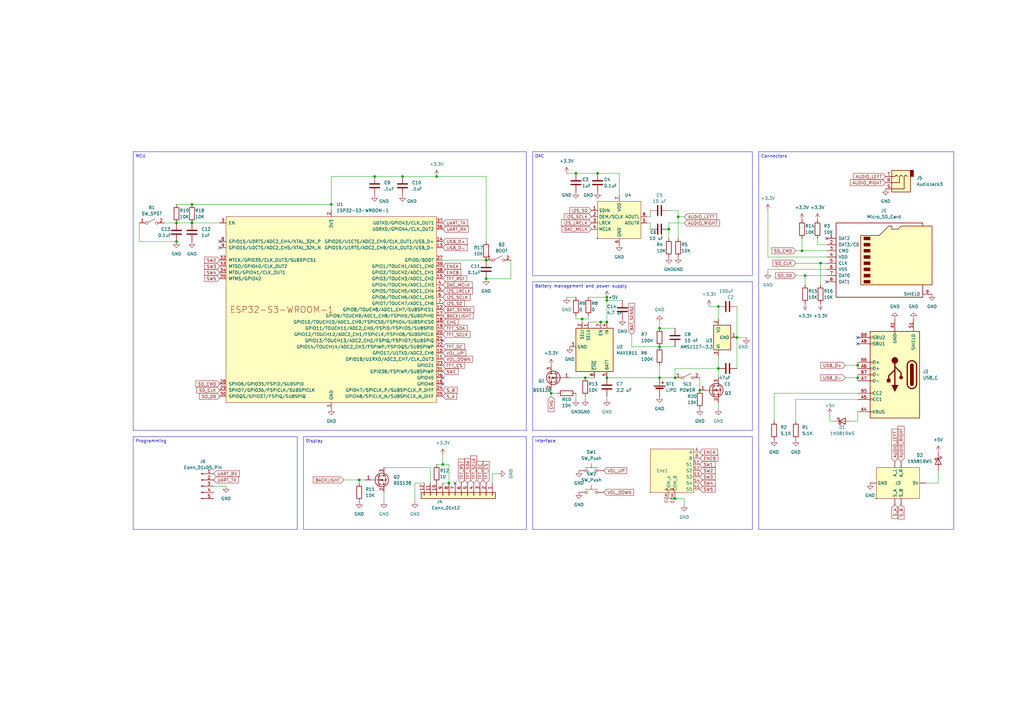
<source format=kicad_sch>
(kicad_sch (version 20230121) (generator eeschema)
  (paper "A3")
  (lib_symbols
    (symbol "Battery_Management:MAX1811"
      (property "Reference" "U" (at -7.62 8.89 0))
      (property "Value" "MAX1811" (at 10.16 8.89 0))
      (symbol "MAX1811_1_1"
        (pin input line (at -10.16 -2.54 0) (length 2.54) (name "SELV") (number "1"))
        (pin input line (at -10.16 -5.08 0) (length 2.54) (name "SELI") (number "2"))
        (pin power_in line (at 0 -10.16 90) (length 2.54) (name "GND") (number "3"))
        (pin power_in line (at -10.16 5.08 0) (length 2.54) (name "IN") (number "4"))
        (pin power_out line (at 12.7 5.08 180) (length 2.54) (name "BATT") (number "5"))
        (pin passive line (at 0 -10.16 90) (length 2.54) hide (name "GND") (number "6"))
        (pin input line (at -10.16 2.54 0) (length 2.54) (name "EN") (number "7"))
        (pin open_collector line (at 12.7 0 180) (length 2.54) (name "~{CHG}") (number "8"))
      )
    )
    (symbol "Connector:Conn_01x05_Pin" (pin_names (offset 1.016) hide)
      (property "Reference" "J" (at 0 7.62 0))
      (property "Value" "Conn_01x05_Pin" (at 0 -7.62 0))
      (symbol "Conn_01x05_Pin_1_1"
        (pin passive line (at 5.08 5.08 180) (length 3.81) (name "Pin_1") (number "1"))
        (pin passive line (at 5.08 2.54 180) (length 3.81) (name "Pin_2") (number "2"))
        (pin passive line (at 5.08 0 180) (length 3.81) (name "Pin_3") (number "3"))
        (pin passive line (at 5.08 -2.54 180) (length 3.81) (name "Pin_4") (number "4"))
        (pin passive line (at 5.08 -5.08 180) (length 3.81) (name "Pin_5") (number "5"))
      )
    )
    (symbol "Connector:Micro_SD_Card" (pin_names (offset 1.016))
      (property "Reference" "J" (at -16.51 15.24 0))
      (property "Value" "Micro_SD_Card" (at 16.51 15.24 0))
      (symbol "Micro_SD_Card_1_1"
        (pin bidirectional line (at -22.86 7.62 0) (length 3.81) (name "DAT2") (number "1"))
        (pin bidirectional line (at -22.86 5.08 0) (length 3.81) (name "DAT3/CD") (number "2"))
        (pin input line (at -22.86 2.54 0) (length 3.81) (name "CMD") (number "3"))
        (pin power_in line (at -22.86 0 0) (length 3.81) (name "VDD") (number "4"))
        (pin input line (at -22.86 -2.54 0) (length 3.81) (name "CLK") (number "5"))
        (pin power_in line (at -22.86 -5.08 0) (length 3.81) (name "VSS") (number "6"))
        (pin bidirectional line (at -22.86 -7.62 0) (length 3.81) (name "DAT0") (number "7"))
        (pin bidirectional line (at -22.86 -10.16 0) (length 3.81) (name "DAT1") (number "8"))
        (pin passive line (at 20.32 -15.24 180) (length 3.81) (name "SHIELD") (number "9"))
      )
    )
    (symbol "Connector:USB_C_Receptacle_USB2.0" (pin_names (offset 1.016))
      (property "Reference" "J" (at -10.16 19.05 0))
      (property "Value" "USB_C_Receptacle_USB2.0" (at 19.05 19.05 0))
      (symbol "USB_C_Receptacle_USB2.0_1_1"
        (pin passive line (at 0 -22.86 90) (length 5.08) (name "GND") (number "A1"))
        (pin passive line (at 0 -22.86 90) (length 5.08) hide (name "GND") (number "A12"))
        (pin passive line (at 15.24 15.24 180) (length 5.08) (name "VBUS") (number "A4"))
        (pin bidirectional line (at 15.24 10.16 180) (length 5.08) (name "CC1") (number "A5"))
        (pin bidirectional line (at 15.24 -2.54 180) (length 5.08) (name "D+") (number "A6"))
        (pin bidirectional line (at 15.24 2.54 180) (length 5.08) (name "D-") (number "A7"))
        (pin bidirectional line (at 15.24 -12.7 180) (length 5.08) (name "SBU1") (number "A8"))
        (pin passive line (at 15.24 15.24 180) (length 5.08) hide (name "VBUS") (number "A9"))
        (pin passive line (at 0 -22.86 90) (length 5.08) hide (name "GND") (number "B1"))
        (pin passive line (at 0 -22.86 90) (length 5.08) hide (name "GND") (number "B12"))
        (pin passive line (at 15.24 15.24 180) (length 5.08) hide (name "VBUS") (number "B4"))
        (pin bidirectional line (at 15.24 7.62 180) (length 5.08) (name "CC2") (number "B5"))
        (pin bidirectional line (at 15.24 -5.08 180) (length 5.08) (name "D+") (number "B6"))
        (pin bidirectional line (at 15.24 0 180) (length 5.08) (name "D-") (number "B7"))
        (pin bidirectional line (at 15.24 -15.24 180) (length 5.08) (name "SBU2") (number "B8"))
        (pin passive line (at 15.24 15.24 180) (length 5.08) hide (name "VBUS") (number "B9"))
        (pin passive line (at -7.62 -22.86 90) (length 5.08) (name "SHIELD") (number "S1"))
      )
    )
    (symbol "Connector_Audio:AudioJack3"
      (property "Reference" "J" (at 0 8.89 0))
      (property "Value" "AudioJack3" (at 0 6.35 0))
      (symbol "AudioJack3_1_1"
        (pin passive line (at 5.08 0 180) (length 2.54) (name "~") (number "R"))
        (pin passive line (at 5.08 2.54 180) (length 2.54) (name "~") (number "S"))
        (pin passive line (at 5.08 -2.54 180) (length 2.54) (name "~") (number "T"))
      )
    )
    (symbol "Connector_Generic:Conn_01x12" (pin_names (offset 1.016) hide)
      (property "Reference" "J" (at 0 15.24 0))
      (property "Value" "Conn_01x12" (at 0 -17.78 0))
      (symbol "Conn_01x12_1_1"
        (pin passive line (at -5.08 12.7 0) (length 3.81) (name "Pin_1") (number "1"))
        (pin passive line (at -5.08 -10.16 0) (length 3.81) (name "Pin_10") (number "10"))
        (pin passive line (at -5.08 -12.7 0) (length 3.81) (name "Pin_11") (number "11"))
        (pin passive line (at -5.08 -15.24 0) (length 3.81) (name "Pin_12") (number "12"))
        (pin passive line (at -5.08 10.16 0) (length 3.81) (name "Pin_2") (number "2"))
        (pin passive line (at -5.08 7.62 0) (length 3.81) (name "Pin_3") (number "3"))
        (pin passive line (at -5.08 5.08 0) (length 3.81) (name "Pin_4") (number "4"))
        (pin passive line (at -5.08 2.54 0) (length 3.81) (name "Pin_5") (number "5"))
        (pin passive line (at -5.08 0 0) (length 3.81) (name "Pin_6") (number "6"))
        (pin passive line (at -5.08 -2.54 0) (length 3.81) (name "Pin_7") (number "7"))
        (pin passive line (at -5.08 -5.08 0) (length 3.81) (name "Pin_8") (number "8"))
        (pin passive line (at -5.08 -7.62 0) (length 3.81) (name "Pin_9") (number "9"))
      )
    )
    (symbol "Device:Battery_Cell" (pin_numbers hide) (pin_names (offset 0) hide)
      (property "Reference" "BT" (at 2.54 2.54 0))
      (property "Value" "Battery_Cell" (at 2.54 0 0))
      (symbol "Battery_Cell_1_1"
        (pin passive line (at 0 5.08 270) (length 2.54) (name "+") (number "1"))
        (pin passive line (at 0 -2.54 90) (length 2.54) (name "-") (number "2"))
      )
    )
    (symbol "Device:C" (pin_numbers hide) (pin_names (offset 0.254))
      (property "Reference" "C" (at 0.635 2.54 0))
      (property "Value" "C" (at 0.635 -2.54 0))
      (symbol "C_1_1"
        (pin passive line (at 0 3.81 270) (length 2.794) (name "~") (number "1"))
        (pin passive line (at 0 -3.81 90) (length 2.794) (name "~") (number "2"))
      )
    )
    (symbol "Device:R" (pin_numbers hide) (pin_names (offset 0))
      (property "Reference" "R" (at 2.032 0 90))
      (property "Value" "R" (at 0 0 90))
      (symbol "R_1_1"
        (pin passive line (at 0 3.81 270) (length 1.27) (name "~") (number "1"))
        (pin passive line (at 0 -3.81 90) (length 1.27) (name "~") (number "2"))
      )
    )
    (symbol "Diode:1N5819WS" (pin_numbers hide) (pin_names (offset 1.016) hide)
      (property "Reference" "D" (at 0 2.54 0))
      (property "Value" "1N5819WS" (at 0 -2.54 0))
      (symbol "1N5819WS_1_1"
        (pin passive line (at -3.81 0 0) (length 2.54) (name "K") (number "1"))
        (pin passive line (at 3.81 0 180) (length 2.54) (name "A") (number "2"))
      )
    )
    (symbol "PCM_Espressif:ESP32-S3-WROOM-1" (pin_names (offset 1.016))
      (property "Reference" "U" (at -43.18 43.18 0))
      (property "Value" "ESP32-S3-WROOM-1" (at -43.18 40.64 0))
      (symbol "ESP32-S3-WROOM-1_0_0"
        (text "ESP32-S3-WROOM-1" (at -20.32 0 0) (effects (font (size 2.54 2.54))))
        (pin power_in line (at 0 -40.64 90) (length 2.54) (name "GND") (number "1"))
        (pin bidirectional line (at 45.72 -17.78 180) (length 2.54) (name "GPIO17/U1TXD/ADC2_CH6") (number "10"))
        (pin bidirectional line (at 45.72 -20.32 180) (length 2.54) (name "GPIO18/U1RXD/ADC2_CH7/CLK_OUT3") (number "11"))
        (pin bidirectional line (at 45.72 0 180) (length 2.54) (name "GPIO8/TOUCH8/ADC1_CH7/SUBSPICS1") (number "12"))
        (pin bidirectional line (at 45.72 25.4 180) (length 2.54) (name "GPIO19/U1RTS/ADC2_CH8/CLK_OUT2/USB_D-") (number "13"))
        (pin bidirectional line (at 45.72 27.94 180) (length 2.54) (name "GPIO20/U1CTS/ADC2_CH9/CLK_OUT1/USB_D+") (number "14"))
        (pin bidirectional line (at 45.72 12.7 180) (length 2.54) (name "GPIO3/TOUCH3/ADC1_CH2") (number "15"))
        (pin bidirectional line (at 45.72 -30.48 180) (length 2.54) (name "GPIO46") (number "16"))
        (pin bidirectional line (at 45.72 -2.54 180) (length 2.54) (name "GPIO9/TOUCH9/ADC1_CH8/FSPIHD/SUBSPIHD") (number "17"))
        (pin bidirectional line (at 45.72 -5.08 180) (length 2.54) (name "GPIO10/TOUCH10/ADC1_CH9/FSPICS0/FSPIIO4/SUBSPICS0") (number "18"))
        (pin bidirectional line (at 45.72 -7.62 180) (length 2.54) (name "GPIO11/TOUCH11/ADC2_CH0/FSPID/FSPIIO5/SUBSPID") (number "19"))
        (pin power_in line (at 0 40.64 270) (length 2.54) (name "3V3") (number "2"))
        (pin bidirectional line (at 45.72 -10.16 180) (length 2.54) (name "GPIO12/TOUCH12/ADC2_CH1/FSPICLK/FSPIIO6/SUBSPICLK") (number "20"))
        (pin bidirectional line (at 45.72 -12.7 180) (length 2.54) (name "GPIO13/TOUCH13/ADC2_CH2/FSPIQ/FSPIIO7/SUBSPIQ") (number "21"))
        (pin bidirectional line (at 45.72 -15.24 180) (length 2.54) (name "GPIO14/TOUCH14/ADC2_CH3/FSPIWP/FSPIDQS/SUBSPIWP") (number "22"))
        (pin bidirectional line (at 45.72 -22.86 180) (length 2.54) (name "GPIO21") (number "23"))
        (pin bidirectional line (at 45.72 -33.02 180) (length 2.54) (name "GPIO47/SPICLK_P/SUBSPICLK_P_DIFF") (number "24"))
        (pin bidirectional line (at 45.72 -35.56 180) (length 2.54) (name "GPIO48/SPICLK_N/SUBSPICLK_N_DIFF") (number "25"))
        (pin bidirectional line (at 45.72 -27.94 180) (length 2.54) (name "GPIO45") (number "26"))
        (pin bidirectional line (at 45.72 20.32 180) (length 2.54) (name "GPIO0/BOOT") (number "27"))
        (pin bidirectional line (at -45.72 -30.48 0) (length 2.54) (name "SPIIO6/GPIO35/FSPID/SUBSPID") (number "28"))
        (pin bidirectional line (at -45.72 -33.02 0) (length 2.54) (name "SPIIO7/GPIO36/FSPICLK/SUBSPICLK") (number "29"))
        (pin input line (at -45.72 35.56 0) (length 2.54) (name "EN") (number "3"))
        (pin bidirectional line (at -45.72 -35.56 0) (length 2.54) (name "SPIDQS/GPIO37/FSPIQ/SUBSPIQ") (number "30"))
        (pin bidirectional line (at 45.72 -25.4 180) (length 2.54) (name "GPIO38/FSPIWP/SUBSPIWP") (number "31"))
        (pin bidirectional line (at -45.72 20.32 0) (length 2.54) (name "MTCK/GPIO39/CLK_OUT3/SUBSPICS1") (number "32"))
        (pin bidirectional line (at -45.72 17.78 0) (length 2.54) (name "MTDO/GPIO40/CLK_OUT2") (number "33"))
        (pin bidirectional line (at -45.72 15.24 0) (length 2.54) (name "MTDI/GPIO41/CLK_OUT1") (number "34"))
        (pin bidirectional line (at -45.72 12.7 0) (length 2.54) (name "MTMS/GPIO42") (number "35"))
        (pin bidirectional line (at 45.72 33.02 180) (length 2.54) (name "U0RXD/GPIO44/CLK_OUT2") (number "36"))
        (pin bidirectional line (at 45.72 35.56 180) (length 2.54) (name "U0TXD/GPIO43/CLK_OUT1") (number "37"))
        (pin bidirectional line (at 45.72 15.24 180) (length 2.54) (name "GPIO2/TOUCH2/ADC1_CH1") (number "38"))
        (pin bidirectional line (at 45.72 17.78 180) (length 2.54) (name "GPIO1/TOUCH1/ADC1_CH0") (number "39"))
        (pin bidirectional line (at 45.72 10.16 180) (length 2.54) (name "GPIO4/TOUCH4/ADC1_CH3") (number "4"))
        (pin passive line (at 0 -40.64 90) (length 2.54) hide (name "GND") (number "40"))
        (pin passive line (at 0 -40.64 90) (length 2.54) hide (name "GND") (number "41"))
        (pin bidirectional line (at 45.72 7.62 180) (length 2.54) (name "GPIO5/TOUCH5/ADC1_CH4") (number "5"))
        (pin bidirectional line (at 45.72 5.08 180) (length 2.54) (name "GPIO6/TOUCH6/ADC1_CH5") (number "6"))
        (pin bidirectional line (at 45.72 2.54 180) (length 2.54) (name "GPIO7/TOUCH7/ADC1_CH6") (number "7"))
        (pin bidirectional line (at -45.72 27.94 0) (length 2.54) (name "GPIO15/U0RTS/ADC2_CH4/XTAL_32K_P") (number "8"))
        (pin bidirectional line (at -45.72 25.4 0) (length 2.54) (name "GPIO16/U0CTS/ADC2_CH5/XTAL_32K_N") (number "9"))
      )
    )
    (symbol "Regulator_Linear:AMS1117-3.3"
      (property "Reference" "U" (at -3.81 3.175 0))
      (property "Value" "AMS1117-3.3" (at 0 3.175 0))
      (symbol "AMS1117-3.3_1_1"
        (pin power_in line (at 0 -7.62 90) (length 2.54) (name "GND") (number "1"))
        (pin power_out line (at 7.62 0 180) (length 2.54) (name "VO") (number "2"))
        (pin power_in line (at -7.62 0 0) (length 2.54) (name "VI") (number "3"))
      )
    )
    (symbol "Switch:SW_Push" (pin_numbers hide) (pin_names (offset 1.016) hide)
      (property "Reference" "SW" (at 1.27 2.54 0))
      (property "Value" "SW_Push" (at 0 -1.524 0))
      (symbol "SW_Push_0_1"
        (pin passive line (at -5.08 0 0) (length 2.54) (name "1") (number "1"))
        (pin passive line (at 5.08 0 180) (length 2.54) (name "2") (number "2"))
      )
    )
    (symbol "Switch:SW_SPST" (pin_names (offset 0) hide)
      (property "Reference" "SW" (at 0 3.175 0))
      (property "Value" "SW_SPST" (at 0 -2.54 0))
      (symbol "SW_SPST_1_1"
        (pin passive line (at -5.08 0 0) (length 2.54) (name "A") (number "1"))
        (pin passive line (at 5.08 0 180) (length 2.54) (name "B") (number "2"))
      )
    )
    (symbol "Transistor_FET:BSS138" (pin_names hide)
      (property "Reference" "Q" (at 5.08 1.905 0))
      (property "Value" "BSS138" (at 5.08 0 0))
      (symbol "BSS138_1_1"
        (pin input line (at -5.08 0 0) (length 2.54) (name "G") (number "1"))
        (pin passive line (at 2.54 -5.08 90) (length 2.54) (name "S") (number "2"))
        (pin passive line (at 2.54 5.08 270) (length 2.54) (name "D") (number "3"))
      )
    )
    (symbol "customlibrary:ANO_Rotary_Encoder"
      (property "Reference" "Enc1" (at 2.54 8.89 0))
      (property "Value" "~" (at 0 0 0))
      (symbol "ANO_Rotary_Encoder_1_1"
        (pin output line (at 20.32 16.51 180) (length 2.54) (name "A") (number "A"))
        (pin output line (at 20.32 13.97 180) (length 2.54) (name "B") (number "B"))
        (pin power_in line (at 7.62 -2.54 90) (length 2.54) (name "COM_A") (number "COM_A"))
        (pin power_in line (at 10.16 -2.54 90) (length 2.54) (name "COM_B") (number "COM_B"))
        (pin output line (at 20.32 11.43 180) (length 2.54) (name "S1") (number "S1"))
        (pin output line (at 20.32 8.89 180) (length 2.54) (name "S2") (number "S2"))
        (pin output line (at 20.32 6.35 180) (length 2.54) (name "S3") (number "S3"))
        (pin output line (at 20.32 3.81 180) (length 2.54) (name "S4") (number "S4"))
        (pin output line (at 20.32 1.27 180) (length 2.54) (name "S5") (number "S5"))
      )
    )
    (symbol "customlibrary:CJCC4334"
      (property "Reference" "CJC1" (at 1.27 -2.54 0))
      (property "Value" "~" (at 0 0 0))
      (symbol "CJCC4334_1_1"
        (pin input line (at -2.54 11.43 0) (length 2.54) (name "SDIN") (number "1"))
        (pin input line (at -2.54 8.89 0) (length 2.54) (name "DEM/SCLK") (number "2"))
        (pin input line (at -2.54 6.35 0) (length 2.54) (name "LRCK") (number "3"))
        (pin input line (at -2.54 3.81 0) (length 2.54) (name "MCLK") (number "4"))
        (pin output line (at 20.32 6.35 180) (length 2.54) (name "AOUTR") (number "5"))
        (pin power_in line (at 8.89 -2.54 90) (length 2.54) (name "GND") (number "6"))
        (pin power_in line (at 8.89 17.78 270) (length 2.54) (name "VDD") (number "7"))
        (pin output line (at 20.32 8.89 180) (length 2.54) (name "AOUTL") (number "8"))
      )
    )
    (symbol "customlibrary:JPLConnector"
      (property "Reference" "CON_1" (at 8.89 6.35 0))
      (property "Value" "~" (at 0 0 0))
      (symbol "JPLConnector_1_1"
        (pin power_out line (at 20.32 6.35 180) (length 2.54) (name "5V") (number ""))
        (pin output line (at 7.62 15.24 270) (length 2.54) (name "A_L") (number ""))
        (pin output line (at 10.16 15.24 270) (length 2.54) (name "A_R") (number ""))
        (pin power_out line (at -2.54 6.35 0) (length 2.54) (name "GND") (number ""))
        (pin output line (at 7.62 -2.54 90) (length 2.54) (name "S_A") (number ""))
        (pin output line (at 10.16 -2.54 90) (length 2.54) (name "S_B") (number ""))
      )
    )
    (symbol "power:+3.3V" (power) (pin_names (offset 0))
      (property "Value" "+3.3V" (at 0 3.556 0))
      (symbol "+3.3V_1_1"
        (pin power_in line (at 0 0 90) (length 0) hide (name "+3.3V") (number "1"))
      )
    )
    (symbol "power:+5V" (power) (pin_names (offset 0))
      (property "Value" "+5V" (at 0 3.556 0))
      (symbol "+5V_1_1"
        (pin power_in line (at 0 0 90) (length 0) hide (name "+5V") (number "1"))
      )
    )
    (symbol "power:GND" (power) (pin_names (offset 0))
      (property "Value" "GND" (at 0 -3.81 0))
      (symbol "GND_1_1"
        (pin power_in line (at 0 0 270) (length 0) hide (name "GND") (number "1"))
      )
    )
  )
  (junction (at 351.79 149.86))
  (junction (at 248.92 123.19))
  (junction (at 294.64 125.73))
  (junction (at 330.2 113.03))
  (junction (at 270.51 142.24))
  (junction (at 248.92 154.94))
  (junction (at 287.02 160.02))
  (junction (at 165.1 72.39))
  (junction (at 147.32 196.85))
  (junction (at 245.11 71.12))
  (junction (at 72.39 99.06))
  (junction (at 278.13 88.9))
  (junction (at 336.55 107.95))
  (junction (at 238.76 130.81))
  (junction (at 248.92 132.08))
  (junction (at 248.92 121.92))
  (junction (at 302.26 138.43))
  (junction (at 240.03 154.94))
  (junction (at 179.07 72.39))
  (junction (at 274.32 93.98))
  (junction (at 328.93 102.87))
  (junction (at 236.22 71.12))
  (junction (at 276.86 154.94))
  (junction (at 78.74 83.82))
  (junction (at 199.39 114.3))
  (junction (at 226.06 161.29))
  (junction (at 153.67 72.39))
  (junction (at 294.64 151.13))
  (junction (at 181.61 190.5))
  (junction (at 184.15 198.12))
  (junction (at 270.51 134.62))
  (junction (at 199.39 106.68))
  (junction (at 276.86 204.47))
  (junction (at 246.38 132.08))
  (junction (at 72.39 91.44))
  (junction (at 78.74 91.44))
  (junction (at 270.51 154.94))
  (junction (at 351.79 154.94))
  (junction (at 135.89 83.82))
  (no_connect (at 339.09 115.57))
  (no_connect (at 181.61 139.7))
  (no_connect (at 186.69 198.12))
  (no_connect (at 339.09 97.79))
  (no_connect (at 181.61 157.48))
  (no_connect (at 351.79 140.97))
  (no_connect (at 181.61 154.94))
  (no_connect (at 90.17 101.6))
  (no_connect (at 351.79 138.43))
  (no_connect (at 90.17 99.06))
  (wire (pts (xy 287.02 154.94) (xy 287.02 160.02)))
  (wire (pts (xy 294.64 167.64) (xy 294.64 165.1)))
  (wire (pts (xy 245.11 71.12) (xy 254 71.12)))
  (wire (pts (xy 165.1 72.39) (xy 179.07 72.39)))
  (wire (pts (xy 317.5 161.29) (xy 351.79 161.29)))
  (wire (pts (xy 238.76 130.81) (xy 241.3 130.81)))
  (wire (pts (xy 87.63 199.39) (xy 92.71 199.39)))
  (wire (pts (xy 236.22 129.54) (xy 236.22 130.81)))
  (wire (pts (xy 346.71 154.94) (xy 351.79 154.94)))
  (wire (pts (xy 57.15 99.06) (xy 72.39 99.06)))
  (wire (pts (xy 170.18 205.74) (xy 170.18 198.12)))
  (wire (pts (xy 248.92 121.92) (xy 248.92 123.19)))
  (wire (pts (xy 254 80.01) (xy 254 71.12)))
  (wire (pts (xy 326.39 163.83) (xy 351.79 163.83)))
  (wire (pts (xy 140.97 196.85) (xy 147.32 196.85)))
  (wire (pts (xy 181.61 190.5) (xy 184.15 190.5)))
  (wire (pts (xy 181.61 186.69) (xy 181.61 190.5)))
  (wire (pts (xy 265.43 88.9) (xy 266.7 88.9)))
  (wire (pts (xy 339.09 105.41) (xy 314.96 105.41)))
  (wire (pts (xy 226.06 162.56) (xy 226.06 161.29)))
  (wire (pts (xy 294.64 130.81) (xy 294.64 125.73)))
  (wire (pts (xy 351.79 168.91) (xy 351.79 172.72)))
  (wire (pts (xy 274.32 91.44) (xy 274.32 93.98)))
  (wire (pts (xy 270.51 149.86) (xy 270.51 154.94)))
  (wire (pts (xy 336.55 107.95) (xy 339.09 107.95)))
  (wire (pts (xy 176.53 191.77) (xy 176.53 198.12)))
  (wire (pts (xy 306.07 138.43) (xy 302.26 138.43)))
  (wire (pts (xy 240.03 154.94) (xy 233.68 154.94)))
  (wire (pts (xy 181.61 190.5) (xy 179.07 190.5)))
  (wire (pts (xy 248.92 123.19) (xy 255.27 123.19)))
  (wire (pts (xy 270.51 154.94) (xy 276.86 154.94)))
  (wire (pts (xy 326.39 113.03) (xy 330.2 113.03)))
  (wire (pts (xy 78.74 91.44) (xy 90.17 91.44)))
  (wire (pts (xy 278.13 88.9) (xy 278.13 97.79)))
  (wire (pts (xy 351.79 172.72) (xy 349.25 172.72)))
  (wire (pts (xy 336.55 107.95) (xy 336.55 116.84)))
  (wire (pts (xy 147.32 198.12) (xy 147.32 196.85)))
  (wire (pts (xy 294.64 151.13) (xy 294.64 146.05)))
  (wire (pts (xy 314.96 110.49) (xy 314.96 111.76)))
  (wire (pts (xy 326.39 102.87) (xy 328.93 102.87)))
  (wire (pts (xy 248.92 123.19) (xy 248.92 132.08)))
  (wire (pts (xy 276.86 154.94) (xy 276.86 151.13)))
  (wire (pts (xy 384.81 198.12) (xy 384.81 193.04)))
  (wire (pts (xy 274.32 204.47) (xy 276.86 204.47)))
  (wire (pts (xy 335.28 100.33) (xy 335.28 97.79)))
  (wire (pts (xy 181.61 106.68) (xy 199.39 106.68)))
  (wire (pts (xy 346.71 149.86) (xy 351.79 149.86)))
  (wire (pts (xy 270.51 134.62) (xy 276.86 134.62)))
  (wire (pts (xy 266.7 91.44) (xy 266.7 93.98)))
  (wire (pts (xy 328.93 102.87) (xy 339.09 102.87)))
  (wire (pts (xy 236.22 161.29) (xy 236.22 163.83)))
  (wire (pts (xy 232.41 121.92) (xy 236.22 121.92)))
  (wire (pts (xy 339.09 110.49) (xy 314.96 110.49)))
  (wire (pts (xy 201.93 198.12) (xy 201.93 194.31)))
  (wire (pts (xy 248.92 154.94) (xy 270.51 154.94)))
  (wire (pts (xy 328.93 97.79) (xy 328.93 102.87)))
  (wire (pts (xy 78.74 83.82) (xy 135.89 83.82)))
  (wire (pts (xy 170.18 198.12) (xy 173.99 198.12)))
  (wire (pts (xy 135.89 72.39) (xy 153.67 72.39)))
  (wire (pts (xy 340.36 172.72) (xy 341.63 172.72)))
  (wire (pts (xy 294.64 154.94) (xy 294.64 151.13)))
  (wire (pts (xy 280.67 204.47) (xy 280.67 207.01)))
  (wire (pts (xy 317.5 172.72) (xy 317.5 161.29)))
  (wire (pts (xy 57.15 91.44) (xy 57.15 99.06)))
  (wire (pts (xy 266.7 86.36) (xy 266.7 88.9)))
  (wire (pts (xy 326.39 107.95) (xy 336.55 107.95)))
  (wire (pts (xy 199.39 72.39) (xy 179.07 72.39)))
  (wire (pts (xy 246.38 132.08) (xy 248.92 132.08)))
  (wire (pts (xy 379.73 198.12) (xy 384.81 198.12)))
  (wire (pts (xy 330.2 113.03) (xy 339.09 113.03)))
  (wire (pts (xy 326.39 172.72) (xy 326.39 163.83)))
  (wire (pts (xy 259.08 137.16) (xy 259.08 142.24)))
  (wire (pts (xy 67.31 91.44) (xy 72.39 91.44)))
  (wire (pts (xy 240.03 162.56) (xy 240.03 163.83)))
  (wire (pts (xy 270.51 142.24) (xy 276.86 142.24)))
  (wire (pts (xy 351.79 148.59) (xy 351.79 149.86)))
  (wire (pts (xy 278.13 86.36) (xy 278.13 88.9)))
  (wire (pts (xy 226.06 161.29) (xy 226.06 160.02)))
  (wire (pts (xy 280.67 91.44) (xy 274.32 91.44)))
  (wire (pts (xy 270.51 132.08) (xy 270.51 134.62)))
  (wire (pts (xy 201.93 194.31) (xy 204.47 194.31)))
  (wire (pts (xy 241.3 130.81) (xy 241.3 129.54)))
  (wire (pts (xy 276.86 151.13) (xy 294.64 151.13)))
  (wire (pts (xy 135.89 83.82) (xy 135.89 72.39)))
  (wire (pts (xy 236.22 71.12) (xy 245.11 71.12)))
  (wire (pts (xy 241.3 132.08) (xy 246.38 132.08)))
  (wire (pts (xy 302.26 138.43) (xy 302.26 125.73)))
  (wire (pts (xy 278.13 88.9) (xy 280.67 88.9)))
  (wire (pts (xy 184.15 198.12) (xy 184.15 190.5)))
  (wire (pts (xy 351.79 149.86) (xy 351.79 151.13)))
  (wire (pts (xy 351.79 154.94) (xy 351.79 156.21)))
  (wire (pts (xy 351.79 153.67) (xy 351.79 154.94)))
  (wire (pts (xy 274.32 86.36) (xy 278.13 86.36)))
  (wire (pts (xy 340.36 172.72) (xy 340.36 170.18)))
  (wire (pts (xy 199.39 99.06) (xy 199.39 72.39)))
  (wire (pts (xy 181.61 198.12) (xy 184.15 198.12)))
  (wire (pts (xy 157.48 201.93) (xy 157.48 205.74)))
  (wire (pts (xy 147.32 196.85) (xy 149.86 196.85)))
  (wire (pts (xy 199.39 114.3) (xy 209.55 114.3)))
  (wire (pts (xy 135.89 86.36) (xy 135.89 83.82)))
  (wire (pts (xy 153.67 72.39) (xy 165.1 72.39)))
  (wire (pts (xy 241.3 121.92) (xy 248.92 121.92)))
  (wire (pts (xy 276.86 204.47) (xy 280.67 204.47)))
  (wire (pts (xy 157.48 191.77) (xy 176.53 191.77)))
  (wire (pts (xy 290.83 125.73) (xy 294.64 125.73)))
  (wire (pts (xy 314.96 105.41) (xy 314.96 86.36)))
  (wire (pts (xy 330.2 113.03) (xy 330.2 116.84)))
  (wire (pts (xy 209.55 114.3) (xy 209.55 106.68)))
  (wire (pts (xy 232.41 71.12) (xy 236.22 71.12)))
  (wire (pts (xy 339.09 100.33) (xy 335.28 100.33)))
  (wire (pts (xy 248.92 163.83) (xy 248.92 162.56)))
  (wire (pts (xy 243.84 154.94) (xy 240.03 154.94)))
  (wire (pts (xy 72.39 91.44) (xy 78.74 91.44)))
  (wire (pts (xy 72.39 83.82) (xy 78.74 83.82)))
  (wire (pts (xy 302.26 151.13) (xy 302.26 138.43)))
  (wire (pts (xy 236.22 130.81) (xy 238.76 130.81)))
  (wire (pts (xy 265.43 91.44) (xy 266.7 91.44)))
  (wire (pts (xy 274.32 93.98) (xy 274.32 97.79)))
  (wire (pts (xy 226.06 161.29) (xy 228.6 161.29)))
  (wire (pts (xy 259.08 142.24) (xy 270.51 142.24)))
  (wire (pts (xy 238.76 130.81) (xy 238.76 132.08)))
  (text_box "Interface" (at 218.44 179.07 0) (size 90.17 38.1) (effects (font (size 1.27 1.27)) (justify left top)))
  (text_box "Display" (at 124.46 179.07 0) (size 91.44 38.1) (effects (font (size 1.27 1.27)) (justify left top)))
  (text_box "DAC" (at 218.44 62.23 0) (size 90.17 50.8) (effects (font (size 1.27 1.27)) (justify left top)))
  (text_box "Connectors" (at 311.15 62.23 0) (size 80.01 154.94) (effects (font (size 1.27 1.27)) (justify left top)))
  (text_box "Battery management and power supply\n" (at 218.44 115.57 0) (size 90.17 60.96) (effects (font (size 1.27 1.27)) (justify left top)))
  (text_box "Programming" (at 54.61 179.07 0) (size 67.31 38.1) (effects (font (size 1.27 1.27)) (justify left top)))
  (text_box "MCU\n" (at 54.61 62.23 0) (size 161.29 114.3) (effects (font (size 1.27 1.27)) (justify left top)))
  (global_label "SW1" (shape input) (at 181.61 152.4 0) (property "Intersheetrefs" "${INTERSHEET_REFS}" (effects hide)))
  (global_label "USB_D+" (shape input) (at 181.61 99.06 0) (property "Intersheetrefs" "${INTERSHEET_REFS}" (effects hide)))
  (global_label "SD_D0" (shape input) (at 326.39 113.03 180) (property "Intersheetrefs" "${INTERSHEET_REFS}" (effects hide)))
  (global_label "AUDIO_LEFT" (shape input) (at 363.22 72.39 180) (property "Intersheetrefs" "${INTERSHEET_REFS}" (effects hide)))
  (global_label "VOL_UP" (shape input) (at 181.61 144.78 0) (property "Intersheetrefs" "${INTERSHEET_REFS}" (effects hide)))
  (global_label "BAT_SENSE" (shape input) (at 181.61 127 0) (property "Intersheetrefs" "${INTERSHEET_REFS}" (effects hide)))
  (global_label "CHG" (shape input) (at 181.61 132.08 0) (property "Intersheetrefs" "${INTERSHEET_REFS}" (effects hide)))
  (global_label "TFT_CS" (shape input) (at 199.39 198.12 90) (property "Intersheetrefs" "${INTERSHEET_REFS}" (effects hide)))
  (global_label "USB_D-" (shape input) (at 181.61 101.6 0) (property "Intersheetrefs" "${INTERSHEET_REFS}" (effects hide)))
  (global_label "VOL_DOWN" (shape input) (at 181.61 147.32 0) (property "Intersheetrefs" "${INTERSHEET_REFS}" (effects hide)))
  (global_label "SW1" (shape input) (at 287.02 190.5 0) (property "Intersheetrefs" "${INTERSHEET_REFS}" (effects hide)))
  (global_label "TFT_SCLK" (shape input) (at 181.61 137.16 0) (property "Intersheetrefs" "${INTERSHEET_REFS}" (effects hide)))
  (global_label "SW5" (shape input) (at 90.17 114.3 180) (property "Intersheetrefs" "${INTERSHEET_REFS}" (effects hide)))
  (global_label "S_B" (shape input) (at 181.61 160.02 0) (property "Intersheetrefs" "${INTERSHEET_REFS}" (effects hide)))
  (global_label "USB_D-" (shape input) (at 346.71 154.94 180) (property "Intersheetrefs" "${INTERSHEET_REFS}" (effects hide)))
  (global_label "S_A" (shape input) (at 181.61 162.56 0) (property "Intersheetrefs" "${INTERSHEET_REFS}" (effects hide)))
  (global_label "S_B" (shape input) (at 369.57 207.01 270) (property "Intersheetrefs" "${INTERSHEET_REFS}" (effects hide)))
  (global_label "I2S_LRCLK" (shape input) (at 242.57 91.44 180) (property "Intersheetrefs" "${INTERSHEET_REFS}" (effects hide)))
  (global_label "SD_CLK" (shape input) (at 326.39 107.95 180) (property "Intersheetrefs" "${INTERSHEET_REFS}" (effects hide)))
  (global_label "I2S_SCLK" (shape input) (at 242.57 88.9 180) (property "Intersheetrefs" "${INTERSHEET_REFS}" (effects hide)))
  (global_label "TFT_DC" (shape input) (at 181.61 142.24 0) (property "Intersheetrefs" "${INTERSHEET_REFS}" (effects hide)))
  (global_label "AUDIO_LEFT" (shape input) (at 280.67 88.9 0) (property "Intersheetrefs" "${INTERSHEET_REFS}" (effects hide)))
  (global_label "DAC_MCLK" (shape input) (at 242.57 93.98 180) (property "Intersheetrefs" "${INTERSHEET_REFS}" (effects hide)))
  (global_label "ENCA" (shape input) (at 287.02 185.42 0) (property "Intersheetrefs" "${INTERSHEET_REFS}" (effects hide)))
  (global_label "VOL_DOWN" (shape input) (at 247.65 201.93 0) (property "Intersheetrefs" "${INTERSHEET_REFS}" (effects hide)))
  (global_label "SW2" (shape input) (at 90.17 106.68 180) (property "Intersheetrefs" "${INTERSHEET_REFS}" (effects hide)))
  (global_label "SW3" (shape input) (at 90.17 109.22 180) (property "Intersheetrefs" "${INTERSHEET_REFS}" (effects hide)))
  (global_label "ENCA" (shape input) (at 181.61 109.22 0) (property "Intersheetrefs" "${INTERSHEET_REFS}" (effects hide)))
  (global_label "I2S_SD" (shape input) (at 181.61 124.46 0) (property "Intersheetrefs" "${INTERSHEET_REFS}" (effects hide)))
  (global_label "I2S_SCLK" (shape input) (at 181.61 121.92 0) (property "Intersheetrefs" "${INTERSHEET_REFS}" (effects hide)))
  (global_label "SW5" (shape input) (at 287.02 200.66 0) (property "Intersheetrefs" "${INTERSHEET_REFS}" (effects hide)))
  (global_label "UART_TX" (shape input) (at 181.61 91.44 0) (property "Intersheetrefs" "${INTERSHEET_REFS}" (effects hide)))
  (global_label "TFT_SCLK" (shape input) (at 194.31 198.12 90) (property "Intersheetrefs" "${INTERSHEET_REFS}" (effects hide)))
  (global_label "TFT_CS" (shape input) (at 181.61 149.86 0) (property "Intersheetrefs" "${INTERSHEET_REFS}" (effects hide)))
  (global_label "SW3" (shape input) (at 287.02 195.58 0) (property "Intersheetrefs" "${INTERSHEET_REFS}" (effects hide)))
  (global_label "AUDIO_RIGHT" (shape input) (at 280.67 91.44 0) (property "Intersheetrefs" "${INTERSHEET_REFS}" (effects hide)))
  (global_label "SW4" (shape input) (at 90.17 111.76 180) (property "Intersheetrefs" "${INTERSHEET_REFS}" (effects hide)))
  (global_label "UART_RX" (shape input) (at 181.61 93.98 0) (property "Intersheetrefs" "${INTERSHEET_REFS}" (effects hide)))
  (global_label "BACKLIGHT" (shape input) (at 181.61 129.54 0) (property "Intersheetrefs" "${INTERSHEET_REFS}" (effects hide)))
  (global_label "VOL_UP" (shape input) (at 247.65 193.04 0) (property "Intersheetrefs" "${INTERSHEET_REFS}" (effects hide)))
  (global_label "SW4" (shape input) (at 287.02 198.12 0) (property "Intersheetrefs" "${INTERSHEET_REFS}" (effects hide)))
  (global_label "USB_D+" (shape input) (at 346.71 149.86 180) (property "Intersheetrefs" "${INTERSHEET_REFS}" (effects hide)))
  (global_label "AUDIO_RIGHT" (shape input) (at 369.57 189.23 90) (property "Intersheetrefs" "${INTERSHEET_REFS}" (effects hide)))
  (global_label "SD_CMD" (shape input) (at 90.17 157.48 180) (property "Intersheetrefs" "${INTERSHEET_REFS}" (effects hide)))
  (global_label "I2S_LRCLK" (shape input) (at 181.61 119.38 0) (property "Intersheetrefs" "${INTERSHEET_REFS}" (effects hide)))
  (global_label "TFT_SDA" (shape input) (at 191.77 198.12 90) (property "Intersheetrefs" "${INTERSHEET_REFS}" (effects hide)))
  (global_label "TFT_RST" (shape input) (at 181.61 114.3 0) (property "Intersheetrefs" "${INTERSHEET_REFS}" (effects hide)))
  (global_label "TFT_DC" (shape input) (at 196.85 198.12 90) (property "Intersheetrefs" "${INTERSHEET_REFS}" (effects hide)))
  (global_label "ENCB" (shape input) (at 287.02 187.96 0) (property "Intersheetrefs" "${INTERSHEET_REFS}" (effects hide)))
  (global_label "BAT_SENSE" (shape input) (at 259.08 137.16 90) (property "Intersheetrefs" "${INTERSHEET_REFS}" (effects hide)))
  (global_label "UART_TX" (shape input) (at 87.63 196.85 0) (property "Intersheetrefs" "${INTERSHEET_REFS}" (effects hide)))
  (global_label "TFT_RST" (shape input) (at 189.23 198.12 90) (property "Intersheetrefs" "${INTERSHEET_REFS}" (effects hide)))
  (global_label "SW2" (shape input) (at 287.02 193.04 0) (property "Intersheetrefs" "${INTERSHEET_REFS}" (effects hide)))
  (global_label "SD_D0" (shape input) (at 90.17 162.56 180) (property "Intersheetrefs" "${INTERSHEET_REFS}" (effects hide)))
  (global_label "SD_CLK" (shape input) (at 90.17 160.02 180) (property "Intersheetrefs" "${INTERSHEET_REFS}" (effects hide)))
  (global_label "ENCB" (shape input) (at 181.61 111.76 0) (property "Intersheetrefs" "${INTERSHEET_REFS}" (effects hide)))
  (global_label "I2S_SD" (shape input) (at 242.57 86.36 180) (property "Intersheetrefs" "${INTERSHEET_REFS}" (effects hide)))
  (global_label "DAC_MCLK" (shape input) (at 181.61 116.84 0) (property "Intersheetrefs" "${INTERSHEET_REFS}" (effects hide)))
  (global_label "SD_CMD" (shape input) (at 326.39 102.87 180) (property "Intersheetrefs" "${INTERSHEET_REFS}" (effects hide)))
  (global_label "UART_RX" (shape input) (at 87.63 194.31 0) (property "Intersheetrefs" "${INTERSHEET_REFS}" (effects hide)))
  (global_label "S_A" (shape input) (at 367.03 207.01 270) (property "Intersheetrefs" "${INTERSHEET_REFS}" (effects hide)))
  (global_label "BACKLIGHT" (shape input) (at 140.97 196.85 180) (property "Intersheetrefs" "${INTERSHEET_REFS}" (effects hide)))
  (global_label "AUDIO_LEFT" (shape input) (at 367.03 189.23 90) (property "Intersheetrefs" "${INTERSHEET_REFS}" (effects hide)))
  (global_label "CHG" (shape input) (at 226.06 162.56 270) (property "Intersheetrefs" "${INTERSHEET_REFS}" (effects hide)))
  (global_label "AUDIO_RIGHT" (shape input) (at 363.22 74.93 180) (property "Intersheetrefs" "${INTERSHEET_REFS}" (effects hide)))
  (global_label "TFT_SDA" (shape input) (at 181.61 134.62 0) (property "Intersheetrefs" "${INTERSHEET_REFS}" (effects hide)))
  (symbol (lib_id "power:GND") (at 236.22 78.74 0) (unit 1)
    (property "Reference" "#PWR029" (effects hide))
    (property "Value" "GND" (at 232.41 80.01 0))
  )
  (symbol (lib_id "Connector:Micro_SD_Card") (at 361.95 105.41 0) (unit 1)
    (property "Reference" "J1" (at 362.585 86.36 0))
    (property "Value" "Micro_SD_Card" (at 362.585 88.9 0))
    (property "Footprint" "Connector_Card:microSD_HC_Molex_104031-0811" (effects hide))
    (property "Datasheet" "http://katalog.we-online.de/em/datasheet/693072010801.pdf" (effects hide))
  )
  (symbol (lib_id "power:GND") (at 254 100.33 0) (unit 1)
    (property "Reference" "#PWR010" (effects hide))
    (property "Value" "GND" (at 254 105.41 0))
  )
  (symbol (lib_id "power:GND") (at 232.41 121.92 0) (unit 1)
    (property "Reference" "#PWR034" (effects hide))
    (property "Value" "GND" (at 232.41 127 0))
  )
  (symbol (lib_id "customlibrary:JPLConnector") (at 359.41 204.47 0) (unit 1)
    (property "Reference" "J3" (at 368.3 198.12 0))
    (property "Value" "~" (at 359.41 204.47 0))
  )
  (symbol (lib_id "customlibrary:ANO_Rotary_Encoder") (at 266.7 201.93 0) (unit 1)
    (property "Reference" "Enc1" (at 269.24 193.04 0) (effects (justify left)))
    (property "Value" "~" (at 266.7 201.93 0))
    (property "Footprint" "footprints:ANO Rotary Encoder" (effects hide))
  )
  (symbol (lib_id "Connector:Conn_01x05_Pin") (at 82.55 199.39 0) (unit 1)
    (property "Reference" "J6" (at 83.185 189.23 0))
    (property "Value" "Conn_01x05_Pin" (at 83.185 191.77 0))
    (property "Footprint" "footprints:Positive_Altitude_SWD_Connector" (effects hide))
  )
  (symbol (lib_id "power:GND") (at 326.39 180.34 0) (unit 1)
    (property "Reference" "#PWR02" (effects hide))
    (property "Value" "GND" (at 326.39 185.42 0))
  )
  (symbol (lib_id "power:GND") (at 367.03 130.81 180) (unit 1)
    (property "Reference" "#PWR023" (effects hide))
    (property "Value" "GND" (at 367.03 125.73 0))
  )
  (symbol (lib_id "power:GND") (at 72.39 99.06 0) (unit 1)
    (property "Reference" "#PWR046" (effects hide))
    (property "Value" "GND" (at 72.39 104.14 0))
  )
  (symbol (lib_id "power:GND") (at 170.18 205.74 0) (unit 1)
    (property "Reference" "#PWR028" (effects hide))
    (property "Value" "GND" (at 170.18 210.82 0))
  )
  (symbol (lib_id "power:GND") (at 204.47 194.31 90) (unit 1)
    (property "Reference" "#PWR026" (effects hide))
    (property "Value" "GND" (at 209.55 194.31 0))
  )
  (symbol (lib_id "Device:R") (at 330.2 120.65 0) (unit 1)
    (property "Reference" "R15" (at 331.47 119.38 0) (effects (justify left)))
    (property "Value" "10K" (at 331.47 121.92 0) (effects (justify left)))
    (property "Footprint" "Resistor_SMD:R_0603_1608Metric" (effects hide))
  )
  (symbol (lib_id "Device:C") (at 276.86 138.43 0) (unit 1)
    (property "Reference" "C8" (at 280.67 137.16 0) (effects (justify left)))
    (property "Value" "10 nF" (at 280.67 139.7 0) (effects (justify left)))
    (property "Footprint" "Capacitor_SMD:C_0603_1608Metric_Pad1.08x0.95mm_HandSolder" (effects hide))
  )
  (symbol (lib_id "power:GND") (at 274.32 105.41 0) (unit 1)
    (property "Reference" "#PWR011" (effects hide))
    (property "Value" "GND" (at 274.32 110.49 0))
  )
  (symbol (lib_id "Transistor_FET:BSS138") (at 228.6 154.94 0) (mirror y) (unit 1)
    (property "Reference" "Q1" (at 223.52 156.21 0) (effects (justify left)))
    (property "Value" "BSS138" (at 226.06 160.02 0) (effects (justify left)))
    (property "Footprint" "Package_TO_SOT_SMD:SOT-23" (effects hide))
    (property "Datasheet" "https://www.onsemi.com/pub/Collateral/BSS138-D.PDF" (effects hide))
  )
  (symbol (lib_id "power:GND") (at 278.13 105.41 0) (unit 1)
    (property "Reference" "#PWR012" (effects hide))
    (property "Value" "GND" (at 278.13 110.49 0))
  )
  (symbol (lib_id "Device:C") (at 165.1 76.2 0) (unit 1)
    (property "Reference" "C10" (at 168.91 74.93 0) (effects (justify left)))
    (property "Value" ".1uF" (at 168.91 77.47 0) (effects (justify left)))
    (property "Footprint" "Capacitor_SMD:C_0603_1608Metric_Pad1.08x0.95mm_HandSolder" (effects hide))
  )
  (symbol (lib_id "PCM_Espressif:ESP32-S3-WROOM-1") (at 135.89 127 0) (unit 1)
    (property "Reference" "U1" (at 138.0841 83.82 0) (effects (justify left)))
    (property "Value" "ESP32-S3-WROOM-1" (at 138.0841 86.36 0) (effects (justify left)))
    (property "Footprint" "PCM_Espressif:ESP32-S3-WROOM-1" (effects hide))
    (property "Datasheet" "https://www.espressif.com/sites/default/files/documentation/esp32-s3-wroom-1_wroom-1u_datasheet_en.pdf" (effects hide))
  )
  (symbol (lib_id "power:+5V") (at 248.92 121.92 0) (unit 1)
    (property "Reference" "#PWR013" (effects hide))
    (property "Value" "+5V" (at 251.46 121.92 0))
  )
  (symbol (lib_id "power:+3.3V") (at 179.07 72.39 0) (unit 1)
    (property "Reference" "#PWR021" (effects hide))
    (property "Value" "+3.3V" (at 179.07 67.31 0))
  )
  (symbol (lib_id "Device:Battery_Cell") (at 270.51 160.02 0) (unit 1)
    (property "Reference" "BT1" (at 273.05 157.48 0) (effects (justify left)))
    (property "Value" "LIPO" (at 273.05 160.02 0) (effects (justify left)))
  )
  (symbol (lib_id "Device:R") (at 287.02 163.83 0) (unit 1)
    (property "Reference" "R20" (at 281.94 162.56 0) (effects (justify left)))
    (property "Value" "10K" (at 281.94 165.1 0) (effects (justify left)))
    (property "Footprint" "Resistor_SMD:R_0603_1608Metric" (effects hide))
  )
  (symbol (lib_id "power:+3.3V") (at 335.28 90.17 0) (unit 1)
    (property "Reference" "#PWR06" (effects hide))
    (property "Value" "+3.3V" (at 335.28 85.09 0))
  )
  (symbol (lib_id "power:+3.3V") (at 290.83 125.73 0) (unit 1)
    (property "Reference" "#PWR08" (effects hide))
    (property "Value" "+3.3V" (at 290.83 120.65 0))
  )
  (symbol (lib_id "power:GND") (at 92.71 199.39 0) (unit 1)
    (property "Reference" "#PWR049" (effects hide))
    (property "Value" "GND" (at 92.71 204.47 0))
  )
  (symbol (lib_id "power:GND") (at 306.07 138.43 0) (unit 1)
    (property "Reference" "#PWR07" (effects hide))
    (property "Value" "GND" (at 304.8 142.24 0))
  )
  (symbol (lib_id "power:GND") (at 236.22 163.83 0) (unit 1)
    (property "Reference" "#PWR035" (effects hide))
    (property "Value" "GND" (at 236.22 168.91 0))
  )
  (symbol (lib_id "power:GND") (at 363.22 77.47 0) (unit 1)
    (property "Reference" "#PWR025" (effects hide))
    (property "Value" "GND" (at 363.22 82.55 0))
  )
  (symbol (lib_id "power:+3.3V") (at 328.93 90.17 0) (unit 1)
    (property "Reference" "#PWR042" (effects hide))
    (property "Value" "+3.3V" (at 328.93 85.09 0))
  )
  (symbol (lib_id "Device:C") (at 298.45 125.73 90) (unit 1)
    (property "Reference" "C2" (at 300.99 121.92 90) (effects (justify left)))
    (property "Value" "100uF" (at 300.99 119.38 90) (effects (justify left)))
    (property "Footprint" "Capacitor_SMD:C_0603_1608Metric_Pad1.08x0.95mm_HandSolder" (effects hide))
  )
  (symbol (lib_id "Device:R") (at 236.22 125.73 0) (unit 1)
    (property "Reference" "R9" (at 237.49 124.46 0) (effects (justify left)))
    (property "Value" "0" (at 237.49 127 0) (effects (justify left)))
    (property "Footprint" "Resistor_SMD:R_0603_1608Metric" (effects hide))
  )
  (symbol (lib_id "Connector:USB_C_Receptacle_USB2.0") (at 367.03 153.67 180) (unit 1)
    (property "Reference" "J2" (at 378.46 152.4 0) (effects (justify right)))
    (property "Value" "USB_C" (at 378.46 154.94 0) (effects (justify right)))
    (property "Footprint" "Connector_USB:USB_C_Receptacle_G-Switch_GT-USB-7010ASV" (effects hide))
    (property "Datasheet" "https://www.usb.org/sites/default/files/documents/usb_type-c.zip" (effects hide))
  )
  (symbol (lib_id "power:+5V") (at 340.36 170.18 0) (unit 1)
    (property "Reference" "#PWR03" (effects hide))
    (property "Value" "+5V" (at 340.36 166.37 0))
  )
  (symbol (lib_id "Diode:1N5819WS") (at 345.44 172.72 0) (unit 1)
    (property "Reference" "D1" (at 345.44 175.26 0))
    (property "Value" "1N5819WS" (at 345.44 177.8 0))
    (property "Footprint" "Diode_SMD:D_SOD-323" (effects hide))
    (property "Datasheet" "https://datasheet.lcsc.com/lcsc/2204281430_Guangdong-Hottech-1N5819WS_C191023.pdf" (effects hide))
  )
  (symbol (lib_id "power:+3.3V") (at 181.61 186.69 0) (unit 1)
    (property "Reference" "#PWR027" (effects hide))
    (property "Value" "+3.3V" (at 181.61 181.61 0))
  )
  (symbol (lib_id "Connector_Generic:Conn_01x12") (at 189.23 203.2 270) (unit 1)
    (property "Reference" "J4" (at 180.34 205.74 90))
    (property "Value" "Conn_01x12" (at 182.88 208.28 90))
    (property "Footprint" "Connector_FFC-FPC:TE_1-1734839-2_1x12-1MP_P0.5mm_Horizontal" (effects hide))
  )
  (symbol (lib_id "power:GND") (at 280.67 207.01 0) (unit 1)
    (property "Reference" "#PWR017" (effects hide))
    (property "Value" "GND" (at 280.67 212.09 0))
  )
  (symbol (lib_id "power:GND") (at 314.96 111.76 0) (unit 1)
    (property "Reference" "#PWR05" (effects hide))
    (property "Value" "GND" (at 314.96 116.84 0))
  )
  (symbol (lib_id "Device:R") (at 232.41 161.29 90) (unit 1)
    (property "Reference" "R10" (at 232.41 163.83 90))
    (property "Value" "10K" (at 232.41 166.37 90))
    (property "Footprint" "Resistor_SMD:R_0603_1608Metric" (effects hide))
  )
  (symbol (lib_id "power:+3.3V") (at 336.55 124.46 180) (unit 1)
    (property "Reference" "#PWR044" (effects hide))
    (property "Value" "+3.3V" (at 336.55 129.54 0))
  )
  (symbol (lib_id "Diode:1N5819WS") (at 384.81 189.23 270) (unit 1)
    (property "Reference" "D2" (at 375.92 186.69 90) (effects (justify left)))
    (property "Value" "1N5819WS" (at 372.11 189.23 90) (effects (justify left)))
    (property "Footprint" "Diode_SMD:D_SOD-323" (effects hide))
    (property "Datasheet" "https://datasheet.lcsc.com/lcsc/2204281430_Guangdong-Hottech-1N5819WS_C191023.pdf" (effects hide))
  )
  (symbol (lib_id "Connector_Audio:AudioJack3") (at 368.3 74.93 180) (unit 1)
    (property "Reference" "J5" (at 375.92 73.025 0) (effects (justify right)))
    (property "Value" "AudioJack3" (at 375.92 75.565 0) (effects (justify right)))
    (property "Footprint" "Connector_Audio:Jack_3.5mm_KoreanHropartsElec_PJ-320D-4A_Horizontal" (effects hide))
  )
  (symbol (lib_id "Device:C") (at 255.27 127 0) (unit 1)
    (property "Reference" "C14" (at 248.92 125.73 0) (effects (justify left)))
    (property "Value" "4.7 uF" (at 248.92 128.27 0) (effects (justify left)))
    (property "Footprint" "Capacitor_SMD:C_0603_1608Metric_Pad1.08x0.95mm_HandSolder" (effects hide))
  )
  (symbol (lib_id "Device:R") (at 147.32 201.93 0) (unit 1)
    (property "Reference" "R11" (at 149.86 200.66 0) (effects (justify left)))
    (property "Value" "10K" (at 149.86 203.2 0) (effects (justify left)))
    (property "Footprint" "Resistor_SMD:R_0603_1608Metric" (effects hide))
  )
  (symbol (lib_id "power:GND") (at 248.92 163.83 0) (unit 1)
    (property "Reference" "#PWR015" (effects hide))
    (property "Value" "GND" (at 248.92 168.91 0))
  )
  (symbol (lib_id "Device:C") (at 298.45 151.13 90) (unit 1)
    (property "Reference" "C1" (at 299.72 157.48 90) (effects (justify left)))
    (property "Value" ".47uF" (at 299.72 154.94 90) (effects (justify left)))
    (property "Footprint" "Capacitor_SMD:C_0603_1608Metric_Pad1.08x0.95mm_HandSolder" (effects hide))
  )
  (symbol (lib_id "Device:R") (at 78.74 87.63 0) (unit 1)
    (property "Reference" "R18" (at 80.01 86.36 0) (effects (justify left)))
    (property "Value" "10K" (at 80.01 88.9 0) (effects (justify left)))
    (property "Footprint" "Resistor_SMD:R_0603_1608Metric" (effects hide))
  )
  (symbol (lib_id "Device:R") (at 326.39 176.53 0) (unit 1)
    (property "Reference" "R1" (at 328.93 175.26 0) (effects (justify left)))
    (property "Value" "5.1K" (at 328.93 177.8 0) (effects (justify left)))
    (property "Footprint" "Resistor_SMD:R_0603_1608Metric" (effects hide))
  )
  (symbol (lib_id "Switch:SW_Push") (at 242.57 193.04 0) (unit 1)
    (property "Reference" "SW1" (at 242.57 185.42 0))
    (property "Value" "SW_Push" (at 242.57 187.96 0))
    (property "Footprint" "Button_Switch_SMD:SW_Push_1P1T-MP_NO_Horizontal_Alps_SKRTLAE010" (effects hide))
  )
  (symbol (lib_id "power:GND") (at 147.32 205.74 0) (unit 1)
    (property "Reference" "#PWR040" (effects hide))
    (property "Value" "GND" (at 147.32 210.82 0))
  )
  (symbol (lib_id "Device:C") (at 72.39 95.25 0) (unit 1)
    (property "Reference" "C13" (at 66.04 93.98 0) (effects (justify left)))
    (property "Value" "0.1uF" (at 64.77 96.52 0) (effects (justify left)))
    (property "Footprint" "Capacitor_SMD:C_0603_1608Metric_Pad1.08x0.95mm_HandSolder" (effects hide))
  )
  (symbol (lib_id "power:GND") (at 317.5 180.34 0) (unit 1)
    (property "Reference" "#PWR01" (effects hide))
    (property "Value" "GND" (at 317.5 185.42 0))
  )
  (symbol (lib_id "Device:C") (at 270.51 86.36 90) (unit 1)
    (property "Reference" "C5" (at 270.51 80.01 90))
    (property "Value" "10 uF" (at 270.51 82.55 90))
    (property "Footprint" "Capacitor_SMD:C_0603_1608Metric_Pad1.08x0.95mm_HandSolder" (effects hide))
  )
  (symbol (lib_id "power:+3.3V") (at 330.2 124.46 180) (unit 1)
    (property "Reference" "#PWR043" (effects hide))
    (property "Value" "+3.3V" (at 330.2 129.54 0))
  )
  (symbol (lib_id "power:GND") (at 270.51 132.08 180) (unit 1)
    (property "Reference" "#PWR022" (effects hide))
    (property "Value" "GND" (at 270.51 127 0))
  )
  (symbol (lib_id "Device:R") (at 72.39 87.63 0) (unit 1)
    (property "Reference" "R19" (at 73.66 86.36 0) (effects (justify left)))
    (property "Value" "10K" (at 73.66 88.9 0) (effects (justify left)))
    (property "Footprint" "Resistor_SMD:R_0603_1608Metric" (effects hide))
  )
  (symbol (lib_id "power:GND") (at 294.64 167.64 0) (unit 1)
    (property "Reference" "#PWR051" (effects hide))
    (property "Value" "GND" (at 294.64 172.72 0))
  )
  (symbol (lib_id "power:GND") (at 374.65 130.81 180) (unit 1)
    (property "Reference" "#PWR024" (effects hide))
    (property "Value" "GND" (at 374.65 125.73 0))
  )
  (symbol (lib_id "Device:R") (at 278.13 101.6 0) (unit 1)
    (property "Reference" "R5" (at 279.4 100.33 0) (effects (justify left)))
    (property "Value" "10K" (at 279.4 102.87 0) (effects (justify left)))
    (property "Footprint" "Resistor_SMD:R_0603_1608Metric" (effects hide))
  )
  (symbol (lib_id "Device:R") (at 317.5 176.53 0) (unit 1)
    (property "Reference" "R2" (at 320.04 175.26 0) (effects (justify left)))
    (property "Value" "5.1K" (at 320.04 177.8 0) (effects (justify left)))
    (property "Footprint" "Resistor_SMD:R_0603_1608Metric" (effects hide))
  )
  (symbol (lib_id "Device:R") (at 274.32 101.6 0) (unit 1)
    (property "Reference" "R4" (at 269.24 100.33 0) (effects (justify left)))
    (property "Value" "10K" (at 269.24 102.87 0) (effects (justify left)))
    (property "Footprint" "Resistor_SMD:R_0603_1608Metric" (effects hide))
  )
  (symbol (lib_id "Device:R") (at 240.03 158.75 0) (unit 1)
    (property "Reference" "R13" (at 241.3 157.48 0) (effects (justify left)))
    (property "Value" "10K" (at 241.3 160.02 0) (effects (justify left)))
    (property "Footprint" "Resistor_SMD:R_0603_1608Metric" (effects hide))
  )
  (symbol (lib_id "power:GND") (at 199.39 114.3 0) (unit 1)
    (property "Reference" "#PWR045" (effects hide))
    (property "Value" "GND" (at 199.39 119.38 0))
  )
  (symbol (lib_id "power:GND") (at 165.1 80.01 0) (unit 1)
    (property "Reference" "#PWR038" (effects hide))
    (property "Value" "GND" (at 168.91 82.55 0))
  )
  (symbol (lib_id "power:GND") (at 157.48 205.74 0) (unit 1)
    (property "Reference" "#PWR039" (effects hide))
    (property "Value" "GND" (at 157.48 210.82 0))
  )
  (symbol (lib_id "Device:R") (at 270.51 146.05 180) (unit 1)
    (property "Reference" "R6" (at 262.89 144.78 0) (effects (justify right)))
    (property "Value" "100K" (at 262.89 147.32 0) (effects (justify right)))
    (property "Footprint" "Resistor_SMD:R_0603_1608Metric" (effects hide))
  )
  (symbol (lib_id "Device:R") (at 199.39 102.87 0) (unit 1)
    (property "Reference" "R17" (at 194.31 101.6 0) (effects (justify left)))
    (property "Value" "10K" (at 194.31 104.14 0) (effects (justify left)))
    (property "Footprint" "Resistor_SMD:R_0603_1608Metric" (effects hide))
  )
  (symbol (lib_id "Transistor_FET:BSS138") (at 154.94 196.85 0) (unit 1)
    (property "Reference" "Q2" (at 161.29 195.58 0) (effects (justify left)))
    (property "Value" "BSS138" (at 161.29 198.12 0) (effects (justify left)))
    (property "Footprint" "Package_TO_SOT_SMD:SOT-23" (effects hide))
    (property "Datasheet" "https://www.onsemi.com/pub/Collateral/BSS138-D.PDF" (effects hide))
  )
  (symbol (lib_id "power:GND") (at 287.02 167.64 0) (unit 1)
    (property "Reference" "#PWR050" (effects hide))
    (property "Value" "GND" (at 287.02 172.72 0))
  )
  (symbol (lib_id "power:+3.3V") (at 226.06 149.86 0) (unit 1)
    (property "Reference" "#PWR036" (effects hide))
    (property "Value" "+3.3V" (at 226.06 144.78 0))
  )
  (symbol (lib_id "Device:R") (at 270.51 138.43 180) (unit 1)
    (property "Reference" "R7" (at 262.89 137.16 0) (effects (justify right)))
    (property "Value" "100K" (at 262.89 139.7 0) (effects (justify right)))
    (property "Footprint" "Resistor_SMD:R_0603_1608Metric" (effects hide))
  )
  (symbol (lib_id "Transistor_FET:BSS138") (at 292.1 160.02 0) (unit 1)
    (property "Reference" "Q3" (at 297.18 161.29 0) (effects (justify left)))
    (property "Value" "BSS138" (effects hide))
    (property "Footprint" "Package_TO_SOT_SMD:SOT-23" (effects hide))
    (property "Datasheet" "https://www.onsemi.com/pub/Collateral/BSS138-D.PDF" (effects hide))
  )
  (symbol (lib_id "power:GND") (at 78.74 99.06 0) (unit 1)
    (property "Reference" "#PWR047" (effects hide))
    (property "Value" "GND" (at 78.74 104.14 0))
  )
  (symbol (lib_id "Regulator_Linear:AMS1117-3.3") (at 294.64 138.43 90) (unit 1)
    (property "Reference" "U3" (at 290.83 139.7 90))
    (property "Value" "AMS1117-3.3" (at 285.75 142.24 90))
    (property "Footprint" "Package_TO_SOT_SMD:SOT-223-3_TabPin2" (effects hide))
    (property "Datasheet" "http://www.advanced-monolithic.com/pdf/ds1117.pdf" (effects hide))
  )
  (symbol (lib_id "power:GND") (at 270.51 162.56 0) (unit 1)
    (property "Reference" "#PWR016" (effects hide))
    (property "Value" "GND" (at 270.51 167.64 0))
  )
  (symbol (lib_id "Device:C") (at 236.22 74.93 0) (unit 1)
    (property "Reference" "C3" (at 238.76 73.66 0) (effects (justify left)))
    (property "Value" "1uF" (at 238.76 76.2 0) (effects (justify left)))
    (property "Footprint" "Capacitor_SMD:C_0603_1608Metric_Pad1.08x0.95mm_HandSolder" (effects hide))
  )
  (symbol (lib_id "Device:R") (at 335.28 93.98 0) (unit 1)
    (property "Reference" "R3" (at 337.82 92.71 0) (effects (justify left)))
    (property "Value" "10K" (at 337.82 95.25 0) (effects (justify left)))
    (property "Footprint" "Resistor_SMD:R_0603_1608Metric" (effects hide))
  )
  (symbol (lib_id "Switch:SW_SPST") (at 281.94 154.94 0) (unit 1)
    (property "Reference" "SL1" (at 281.94 157.48 0))
    (property "Value" "POWER" (at 281.94 160.02 0))
    (property "Footprint" "Button_Switch_SMD:SW_SPDT_PCM12" (effects hide))
  )
  (symbol (lib_id "power:+3.3V") (at 314.96 86.36 0) (unit 1)
    (property "Reference" "#PWR04" (effects hide))
    (property "Value" "+3.3V" (at 314.96 81.28 0))
  )
  (symbol (lib_id "Device:C") (at 153.67 76.2 0) (unit 1)
    (property "Reference" "C9" (at 157.48 74.93 0) (effects (justify left)))
    (property "Value" ".1uF" (at 157.48 77.47 0) (effects (justify left)))
    (property "Footprint" "Capacitor_SMD:C_0603_1608Metric_Pad1.08x0.95mm_HandSolder" (effects hide))
  )
  (symbol (lib_id "Device:C") (at 270.51 93.98 270) (unit 1)
    (property "Reference" "C6" (at 267.97 95.25 90))
    (property "Value" "10 uF" (at 269.24 97.79 90))
    (property "Footprint" "Capacitor_SMD:C_0603_1608Metric_Pad1.08x0.95mm_HandSolder" (effects hide))
  )
  (symbol (lib_id "Switch:SW_Push") (at 242.57 201.93 0) (unit 1)
    (property "Reference" "SW2" (at 242.57 194.31 0))
    (property "Value" "SW_Push" (at 242.57 196.85 0))
    (property "Footprint" "Button_Switch_SMD:SW_Push_1P1T-MP_NO_Horizontal_Alps_SKRTLAE010" (effects hide))
  )
  (symbol (lib_id "power:GND") (at 240.03 163.83 0) (unit 1)
    (property "Reference" "#PWR041" (effects hide))
    (property "Value" "GND" (at 240.03 168.91 0))
  )
  (symbol (lib_id "power:GND") (at 356.87 198.12 0) (unit 1)
    (property "Reference" "#PWR033" (effects hide))
    (property "Value" "GND" (at 356.87 203.2 0))
  )
  (symbol (lib_id "Device:R") (at 179.07 194.31 0) (unit 1)
    (property "Reference" "R12" (at 180.34 193.04 0) (effects (justify left)))
    (property "Value" "10" (at 180.34 195.58 0) (effects (justify left)))
    (property "Footprint" "Resistor_SMD:R_0603_1608Metric" (effects hide))
  )
  (symbol (lib_id "Device:C") (at 199.39 110.49 0) (unit 1)
    (property "Reference" "C11" (at 193.04 109.22 0) (effects (justify left)))
    (property "Value" "0.1uF" (at 191.77 111.76 0) (effects (justify left)))
    (property "Footprint" "Capacitor_SMD:C_0603_1608Metric_Pad1.08x0.95mm_HandSolder" (effects hide))
  )
  (symbol (lib_id "power:GND") (at 382.27 120.65 0) (unit 1)
    (property "Reference" "#PWR031" (effects hide))
    (property "Value" "GND" (at 382.27 125.73 0))
  )
  (symbol (lib_id "power:GND") (at 153.67 80.01 0) (unit 1)
    (property "Reference" "#PWR037" (effects hide))
    (property "Value" "GND" (at 157.48 82.55 0))
  )
  (symbol (lib_id "Device:C") (at 245.11 74.93 0) (unit 1)
    (property "Reference" "C4" (at 247.65 73.66 0) (effects (justify left)))
    (property "Value" "0.1uF" (at 247.65 76.2 0) (effects (justify left)))
    (property "Footprint" "Capacitor_SMD:C_0603_1608Metric_Pad1.08x0.95mm_HandSolder" (effects hide))
  )
  (symbol (lib_id "power:GND") (at 237.49 193.04 0) (unit 1)
    (property "Reference" "#PWR018" (effects hide))
    (property "Value" "GND" (at 237.49 198.12 0))
  )
  (symbol (lib_id "Battery_Management:MAX1811") (at 243.84 142.24 270) (unit 1)
    (property "Reference" "U2" (at 252.73 142.24 90) (effects (justify left)))
    (property "Value" "MAX1811" (at 252.73 144.78 90) (effects (justify left)))
    (property "Footprint" "Package_SO:SOIC-8_3.9x4.9mm_P1.27mm" (effects hide))
    (property "Datasheet" "https://datasheets.maximintegrated.com/en/ds/MAX1811.pdf" (effects hide))
  )
  (symbol (lib_id "Device:C") (at 78.74 95.25 0) (unit 1)
    (property "Reference" "C12" (at 82.55 93.98 0) (effects (justify left)))
    (property "Value" "1uF" (at 82.55 96.52 0) (effects (justify left)))
    (property "Footprint" "Capacitor_SMD:C_0603_1608Metric_Pad1.08x0.95mm_HandSolder" (effects hide))
  )
  (symbol (lib_id "Device:C") (at 248.92 158.75 0) (unit 1)
    (property "Reference" "C7" (at 252.73 157.48 0) (effects (justify left)))
    (property "Value" "2.2 uF" (at 252.73 160.02 0) (effects (justify left)))
    (property "Footprint" "Capacitor_SMD:C_0603_1608Metric_Pad1.08x0.95mm_HandSolder" (effects hide))
  )
  (symbol (lib_id "Switch:SW_SPST") (at 62.23 91.44 0) (unit 1)
    (property "Reference" "B1" (at 62.23 85.09 0))
    (property "Value" "SW_SPST" (at 62.23 87.63 0))
    (property "Footprint" "Button_Switch_SMD:SW_SPST_B3U-1000P" (effects hide))
  )
  (symbol (lib_id "power:GND") (at 237.49 201.93 0) (unit 1)
    (property "Reference" "#PWR019" (effects hide))
    (property "Value" "GND" (at 237.49 207.01 0))
  )
  (symbol (lib_id "power:+3.3V") (at 232.41 71.12 0) (unit 1)
    (property "Reference" "#PWR09" (effects hide))
    (property "Value" "+3.3V" (at 232.41 66.04 0))
  )
  (symbol (lib_id "power:GND") (at 233.68 142.24 0) (unit 1)
    (property "Reference" "#PWR014" (effects hide))
    (property "Value" "GND" (at 233.68 147.32 0))
  )
  (symbol (lib_id "power:GND") (at 135.89 167.64 0) (unit 1)
    (property "Reference" "#PWR020" (effects hide))
    (property "Value" "GND" (at 135.89 172.72 0))
  )
  (symbol (lib_id "customlibrary:CJCC4334") (at 245.11 97.79 0) (unit 1)
    (property "Reference" "U4" (at 256.1941 80.01 0) (effects (justify left)))
    (property "Value" "~" (at 245.11 97.79 0))
    (property "Footprint" "Package_SO:SOIC-8_3.9x4.9mm_P1.27mm" (effects hide))
  )
  (symbol (lib_id "power:GND") (at 255.27 130.81 0) (unit 1)
    (property "Reference" "#PWR048" (effects hide))
    (property "Value" "GND" (at 255.27 135.89 0))
  )
  (symbol (lib_id "Device:R") (at 328.93 93.98 0) (unit 1)
    (property "Reference" "R14" (at 330.2 92.71 0) (effects (justify left)))
    (property "Value" "10K" (at 330.2 95.25 0) (effects (justify left)))
    (property "Footprint" "Resistor_SMD:R_0603_1608Metric" (effects hide))
  )
  (symbol (lib_id "Device:R") (at 336.55 120.65 0) (unit 1)
    (property "Reference" "R16" (at 337.82 119.38 0) (effects (justify left)))
    (property "Value" "10K" (at 337.82 121.92 0) (effects (justify left)))
    (property "Footprint" "Resistor_SMD:R_0603_1608Metric" (effects hide))
  )
  (symbol (lib_id "Switch:SW_SPST") (at 204.47 106.68 0) (unit 1)
    (property "Reference" "B2" (at 205.74 100.33 0))
    (property "Value" "BOOT" (at 205.74 102.87 0))
    (property "Footprint" "Button_Switch_SMD:SW_SPST_B3U-1000P" (effects hide))
  )
  (symbol (lib_id "Device:R") (at 241.3 125.73 0) (unit 1)
    (property "Reference" "R8" (at 242.57 124.46 0) (effects (justify left)))
    (property "Value" "0" (at 242.57 127 0) (effects (justify left)))
    (property "Footprint" "Resistor_SMD:R_0603_1608Metric" (effects hide))
  )
  (symbol (lib_id "power:GND") (at 245.11 78.74 0) (unit 1)
    (property "Reference" "#PWR030" (effects hide))
    (property "Value" "GND" (at 241.3 80.01 0))
  )
  (symbol (lib_id "power:+5V") (at 384.81 185.42 0) (unit 1)
    (property "Reference" "#PWR032" (effects hide))
    (property "Value" "+5V" (at 384.81 180.34 0))
  )
)
</source>
